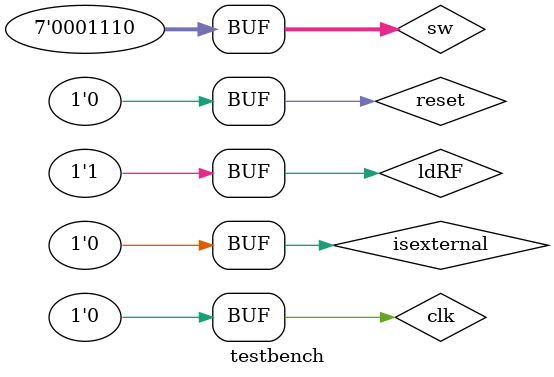
<source format=sv>
`timescale 1ns / 1ps


module testbench(

    );

    
        logic  clk,
          reset,
         isexternal, ldIM, ldRF, process;
         logic [6:0] sw;
        logic [6:0] seg;
        logic [3:0] an ;
        logic Clk; 
       
    processor dut(clk,
          reset,
         isexternal, ldIM, ldRF, process,
    sw,
         seg,
          an ,
        Clk
       );
    
    initial begin
    clk = 0;#1;
    reset = 0;#1;
    clk = 1;#1;
    reset = 1;#1;
    clk = 0;#1;
    clk = 1;#1;
    isexternal = 0;#1
    clk = 0;#1;
    clk = 1;#1;
    reset = 0; #1;
    clk = 0;#1; 
    clk = 1;#1;
    clk = 0;#1;
    clk = 1;#1;
    clk = 0;#1
    ldRF = 1;#1;
    sw[6:3] = 3'b001; #1;
    clk = 1;#1;
    clk = 0;#1;
    clk = 1;#1;
    clk = 0;#1;
    reset = 0;#1;
    clk = 1;#1;
    clk = 0;#1;
    clk = 1;#1;
    clk = 0;#1
    reset = 0;#1;
    clk = 1;#1;
    clk = 0;#1;
    clk = 1;#1;
    clk = 0;#1
    sw[2:0] = 110; 
   /* clk = 1;#1;
    clk = 0;#1;
    clk = 1;#1;
    clk = 0;#1 
    button = 1;#1; 
    reset = 0;#1;
    clk = 1;#1;
    clk = 0;#1;
    clk = 1;#1;
    clk = 0;#1
    clk = 1;#1;
    clk = 0;#1;
    clk = 1;#1;
    clk = 0;#1
    button = 0;#1;
    clk = 1;#1;
    clk = 0;#1;
    clk = 1;#1;
    clk = 0;#1
    button = 1;#1;
    clk = 1;#1;
    clk = 0;#1;
    clk = 1;#1;
    clk = 0;#1
    reset = 0;#1;
    clk = 1;#1;
    clk = 0;#1;
    clk = 1;#1;
    clk = 0;#1
    switches = 12'b101_001_000_010;#1
    clk = 1;#1;
    clk = 0;#1;
    clk = 1;#1;
    clk = 0;#1
    button = 0;#1;
    clk = 1;#1;
    clk = 0;#1;
    clk = 1;#1;
    clk = 0;#1;  
    switches = 12'b101_001_000_001;#1;
    button = 1;#1;  
    clk = 1;#1;
    clk = 0;#1;
    clk = 1;#1;
    clk = 0;#1;
    clk = 1;#1;
    clk = 0;#1;
    clk = 1;#1;
    clk = 0;#1;
    clk = 1;#1;
    clk = 0;#1;
    clk = 1;#1;
    clk = 0;#1; 
    clk = 1;#1;
    clk = 0;#1;
    clk = 1;#1;
    clk = 0;#1; 
    clk = 1;#1;
    clk = 0;#1; 
    clk = 1;#1;
    clk = 0;#1;
    clk = 1;#1;
    clk = 0;#1;
    clk = 1;#1;
    clk = 0;#1;
    clk = 1;#1;
    clk = 0;#1;
    clk = 1;#1;
    clk = 0;#1;
    clk = 1;#1;
    clk = 0;#1;
    clk = 1;#1;
    clk = 0;#1;
    clk = 1;#1;
    clk = 0;#1;
    button = 0;#1;
    clk = 1;#1;
    clk = 0;#1;
    clk = 1;#1;
    clk = 0;#1;
    isexternal = 1;#1;
    clk = 1;#1;
    clk = 0;#1;
    clk = 1;#1;
    clk = 0;#1;
    clk = 1;#1;
    clk = 0;#1;
    clk = 1;#1;
    clk = 0;#1;     */
    end
endmodule   

</source>
